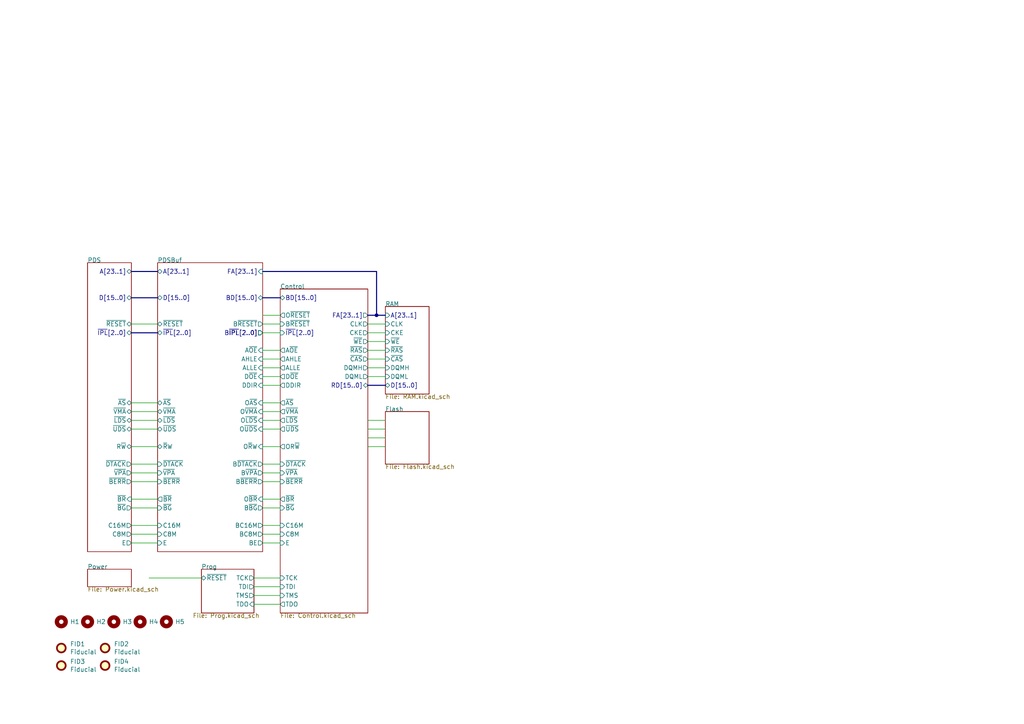
<source format=kicad_sch>
(kicad_sch (version 20211123) (generator eeschema)
  (paper "A4")
  (lib_symbols
    (symbol "Mechanical:Fiducial"
      (property "Reference" "FID" (at 0 5.08 0))
      (property "Value" "Fiducial" (at 0 3.175 0))
      (symbol "Fiducial_0_1"
        (circle (center 0 0) (radius 1.27) (stroke (width 0.508)) (fill (type background)))
      )
    )
    (symbol "Mechanical:MountingHole" (pin_names (offset 1.016))
      (property "Reference" "H" (at 0 5.08 0))
      (property "Value" "MountingHole" (at 0 3.175 0))
      (symbol "MountingHole_0_1"
        (circle (center 0 0) (radius 1.27) (stroke (width 1.27)))
      )
    )
  )
  (junction (at 109.22 91.44))
  (wire (pts (xy 76.2 93.98) (xy 81.28 93.98)))
  (wire (pts (xy 76.2 147.32) (xy 81.28 147.32)))
  (wire (pts (xy 76.2 111.76) (xy 81.28 111.76)))
  (wire (pts (xy 76.2 106.68) (xy 81.28 106.68)))
  (bus (pts (xy 106.68 91.44) (xy 109.22 91.44)))
  (wire (pts (xy 76.2 119.38) (xy 81.28 119.38)))
  (wire (pts (xy 38.1 119.38) (xy 45.72 119.38)))
  (bus (pts (xy 38.1 96.52) (xy 45.72 96.52)))
  (wire (pts (xy 76.2 144.78) (xy 81.28 144.78)))
  (wire (pts (xy 38.1 124.46) (xy 45.72 124.46)))
  (wire (pts (xy 111.76 93.98) (xy 106.68 93.98)))
  (wire (pts (xy 106.68 129.54) (xy 111.76 129.54)))
  (wire (pts (xy 76.2 137.16) (xy 81.28 137.16)))
  (wire (pts (xy 76.2 104.14) (xy 81.28 104.14)))
  (wire (pts (xy 76.2 157.48) (xy 81.28 157.48)))
  (wire (pts (xy 76.2 91.44) (xy 81.28 91.44)))
  (wire (pts (xy 76.2 96.52) (xy 81.28 96.52)))
  (wire (pts (xy 73.66 172.72) (xy 81.28 172.72)))
  (wire (pts (xy 73.66 167.64) (xy 81.28 167.64)))
  (wire (pts (xy 38.1 134.62) (xy 45.72 134.62)))
  (bus (pts (xy 106.68 111.76) (xy 111.76 111.76)))
  (wire (pts (xy 38.1 137.16) (xy 45.72 137.16)))
  (bus (pts (xy 76.2 86.36) (xy 81.28 86.36)))
  (bus (pts (xy 76.2 78.74) (xy 109.22 78.74)))
  (wire (pts (xy 38.1 147.32) (xy 45.72 147.32)))
  (wire (pts (xy 111.76 96.52) (xy 106.68 96.52)))
  (wire (pts (xy 43.2296 167.64) (xy 58.42 167.64)))
  (wire (pts (xy 76.2 109.22) (xy 81.28 109.22)))
  (wire (pts (xy 38.1 121.92) (xy 45.72 121.92)))
  (wire (pts (xy 38.1 116.84) (xy 45.72 116.84)))
  (wire (pts (xy 76.2 134.62) (xy 81.28 134.62)))
  (wire (pts (xy 38.1 144.78) (xy 45.72 144.78)))
  (wire (pts (xy 38.1 157.48) (xy 45.72 157.48)))
  (wire (pts (xy 106.68 101.6) (xy 111.76 101.6)))
  (bus (pts (xy 38.1 86.36) (xy 45.72 86.36)))
  (wire (pts (xy 76.2 124.46) (xy 81.28 124.46)))
  (wire (pts (xy 76.2 129.54) (xy 81.28 129.54)))
  (bus (pts (xy 109.22 78.74) (xy 109.22 91.44)))
  (wire (pts (xy 76.2 154.94) (xy 81.28 154.94)))
  (wire (pts (xy 106.68 121.92) (xy 111.76 121.92)))
  (wire (pts (xy 38.1 152.4) (xy 45.72 152.4)))
  (wire (pts (xy 76.2 139.7) (xy 81.28 139.7)))
  (wire (pts (xy 38.1 154.94) (xy 45.72 154.94)))
  (wire (pts (xy 76.2 152.4) (xy 81.28 152.4)))
  (wire (pts (xy 106.68 127) (xy 111.76 127)))
  (bus (pts (xy 38.1 78.74) (xy 45.72 78.74)))
  (wire (pts (xy 76.2 121.92) (xy 81.28 121.92)))
  (wire (pts (xy 38.1 129.54) (xy 45.72 129.54)))
  (wire (pts (xy 106.68 99.06) (xy 111.76 99.06)))
  (wire (pts (xy 106.68 124.46) (xy 111.76 124.46)))
  (wire (pts (xy 111.76 104.14) (xy 106.68 104.14)))
  (bus (pts (xy 109.22 91.44) (xy 111.76 91.44)))
  (wire (pts (xy 73.66 175.26) (xy 81.28 175.26)))
  (wire (pts (xy 76.2 101.6) (xy 81.28 101.6)))
  (wire (pts (xy 76.2 116.84) (xy 81.28 116.84)))
  (wire (pts (xy 73.66 170.18) (xy 81.28 170.18)))
  (wire (pts (xy 38.1 93.98) (xy 45.72 93.98)))
  (wire (pts (xy 106.68 106.68) (xy 111.76 106.68)))
  (wire (pts (xy 38.1 139.7) (xy 45.72 139.7)))
  (wire (pts (xy 106.68 109.22) (xy 111.76 109.22)))
  (symbol (lib_id "Mechanical:MountingHole") (at 48.26 180.34 0) (unit 1)
    (property "Reference" "H5" (at 50.8 180.34 0) (effects (justify left)))
    (property "Value" " " (at 50.8 181.356 0) (effects (justify left)))
    (property "Footprint" "stdpads:PasteHole_1.152mm_NPTH" (effects hide))
  )
  (symbol (lib_id "Mechanical:Fiducial") (at 17.78 187.96 0) (unit 1)
    (property "Reference" "FID1" (at 20.32 186.7916 0) (effects (justify left)))
    (property "Value" "Fiducial" (at 20.32 189.103 0) (effects (justify left)))
    (property "Footprint" "stdpads:Fiducial" (effects hide))
  )
  (symbol (lib_id "Mechanical:Fiducial") (at 30.48 187.96 0) (unit 1)
    (property "Reference" "FID2" (at 33.02 186.7916 0) (effects (justify left)))
    (property "Value" "Fiducial" (at 33.02 189.103 0) (effects (justify left)))
    (property "Footprint" "stdpads:Fiducial" (effects hide))
  )
  (symbol (lib_id "Mechanical:Fiducial") (at 17.78 193.04 0) (unit 1)
    (property "Reference" "FID3" (at 20.32 191.8716 0) (effects (justify left)))
    (property "Value" "Fiducial" (at 20.32 194.183 0) (effects (justify left)))
    (property "Footprint" "stdpads:Fiducial" (effects hide))
  )
  (symbol (lib_id "Mechanical:Fiducial") (at 30.48 193.04 0) (unit 1)
    (property "Reference" "FID4" (at 33.02 191.8716 0) (effects (justify left)))
    (property "Value" "Fiducial" (at 33.02 194.183 0) (effects (justify left)))
    (property "Footprint" "stdpads:Fiducial" (effects hide))
  )
  (symbol (lib_id "Mechanical:MountingHole") (at 17.78 180.34 0) (unit 1)
    (property "Reference" "H1" (at 20.32 180.34 0) (effects (justify left)))
    (property "Value" " " (at 20.32 181.356 0) (effects (justify left)))
    (property "Footprint" "stdpads:PasteHole_1.152mm_NPTH" (effects hide))
  )
  (symbol (lib_id "Mechanical:MountingHole") (at 25.4 180.34 0) (unit 1)
    (property "Reference" "H2" (at 27.94 180.34 0) (effects (justify left)))
    (property "Value" " " (at 27.94 181.356 0) (effects (justify left)))
    (property "Footprint" "stdpads:PasteHole_1.152mm_NPTH" (effects hide))
  )
  (symbol (lib_id "Mechanical:MountingHole") (at 33.02 180.34 0) (unit 1)
    (property "Reference" "H3" (at 35.56 180.34 0) (effects (justify left)))
    (property "Value" " " (at 35.56 181.356 0) (effects (justify left)))
    (property "Footprint" "stdpads:PasteHole_1.152mm_NPTH" (effects hide))
  )
  (symbol (lib_id "Mechanical:MountingHole") (at 40.64 180.34 0) (unit 1)
    (property "Reference" "H4" (at 43.18 180.34 0) (effects (justify left)))
    (property "Value" " " (at 43.18 181.356 0) (effects (justify left)))
    (property "Footprint" "stdpads:PasteHole_1.152mm_NPTH" (effects hide))
  )
  (sheet (at 25.4 76.2) (size 12.7 83.82)
    (property "Sheet name" "PDS" (at 25.4 76.2 0) (effects (justify left bottom)))
    (property "Sheet file" "PDS.kicad_sch" (at 22.86 220.98 0) (effects (justify left top)))
    (pin "A[23..1]" bidirectional (at 38.1 78.74 0))
    (pin "D[15..0]" bidirectional (at 38.1 86.36 0))
    (pin "~{AS}" bidirectional (at 38.1 116.84 0))
    (pin "~{LDS}" bidirectional (at 38.1 121.92 0))
    (pin "~{UDS}" bidirectional (at 38.1 124.46 0))
    (pin "R~{W}" bidirectional (at 38.1 129.54 0))
    (pin "~{VMA}" bidirectional (at 38.1 119.38 0))
    (pin "~{VPA}" output (at 38.1 137.16 0))
    (pin "~{DTACK}" output (at 38.1 134.62 0))
    (pin "~{RESET}" bidirectional (at 38.1 93.98 0))
    (pin "~{BERR}" output (at 38.1 139.7 0))
    (pin "E" output (at 38.1 157.48 0))
    (pin "C8M" output (at 38.1 154.94 0))
    (pin "C16M" output (at 38.1 152.4 0))
    (pin "~{BR}" input (at 38.1 144.78 0))
    (pin "~{BG}" output (at 38.1 147.32 0))
    (pin "~{IPL}[2..0]" bidirectional (at 38.1 96.52 0))
  )
  (sheet (at 81.28 83.82) (size 25.4 93.98)
    (property "Sheet name" "Control" (at 81.28 83.82 0) (effects (justify left bottom)))
    (property "Sheet file" "Control.kicad_sch" (at 81.28 177.8 0) (effects (justify left top)))
    (pin "FA[23..1]" output (at 106.68 91.44 0))
    (pin "~{IPL}[2..0]" input (at 81.28 96.52 180))
    (pin "A~{OE}" output (at 81.28 101.6 180))
    (pin "ALLE" output (at 81.28 106.68 180))
    (pin "AHLE" output (at 81.28 104.14 180))
    (pin "DDIR" output (at 81.28 111.76 180))
    (pin "D~{OE}" output (at 81.28 109.22 180))
    (pin "TCK" input (at 81.28 167.64 180))
    (pin "TMS" input (at 81.28 172.72 180))
    (pin "TDO" output (at 81.28 175.26 180))
    (pin "TDI" input (at 81.28 170.18 180))
    (pin "~{BG}" input (at 81.28 147.32 180))
    (pin "~{BR}" output (at 81.28 144.78 180))
    (pin "~{BERR}" input (at 81.28 139.7 180))
    (pin "~{DTACK}" input (at 81.28 134.62 180))
    (pin "~{LDS}" output (at 81.28 121.92 180))
    (pin "C8M" input (at 81.28 154.94 180))
    (pin "E" input (at 81.28 157.48 180))
    (pin "~{AS}" output (at 81.28 116.84 180))
    (pin "~{UDS}" output (at 81.28 124.46 180))
    (pin "~{VPA}" input (at 81.28 137.16 180))
    (pin "~{VMA}" output (at 81.28 119.38 180))
    (pin "C16M" input (at 81.28 152.4 180))
    (pin "OR~{W}" output (at 81.28 129.54 180))
    (pin "CKE" output (at 106.68 96.52 0))
    (pin "CLK" output (at 106.68 93.98 0))
    (pin "DQML" output (at 106.68 109.22 0))
    (pin "~{CAS}" output (at 106.68 104.14 0))
    (pin "~{WE}" output (at 106.68 99.06 0))
    (pin "DQMH" output (at 106.68 106.68 0))
    (pin "~{RAS}" output (at 106.68 101.6 0))
    (pin "B~{RESET}" input (at 81.28 93.98 180))
    (pin "O~{RESET}" output (at 81.28 91.44 180))
    (pin "RD[15..0]" bidirectional (at 106.68 111.76 0))
    (pin "BD[15..0]" bidirectional (at 81.28 86.36 180))
  )
  (sheet (at 111.76 88.9) (size 12.7 25.4)
    (property "Sheet name" "RAM" (at 111.76 88.9 0) (effects (justify left bottom)))
    (property "Sheet file" "RAM.kicad_sch" (at 111.76 114.3 0) (effects (justify left top)))
    (pin "~{RAS}" input (at 111.76 101.6 180))
    (pin "D[15..0]" bidirectional (at 111.76 111.76 180))
    (pin "~{CAS}" input (at 111.76 104.14 180))
    (pin "~{WE}" input (at 111.76 99.06 180))
    (pin "CKE" input (at 111.76 96.52 180))
    (pin "CLK" input (at 111.76 93.98 180))
    (pin "A[23..1]" input (at 111.76 91.44 180))
    (pin "DQMH" input (at 111.76 106.68 180))
    (pin "DQML" input (at 111.76 109.22 180))
  )
  (sheet (at 45.72 76.2) (size 30.48 83.82)
    (property "Sheet name" "PDSBuf" (at 45.72 76.2 0) (effects (justify left bottom)))
    (property "Sheet file" "PDSBuf.kicad_sch" (at 48.26 220.98 0) (effects (justify left top)))
    (pin "A[23..1]" bidirectional (at 45.72 78.74 180))
    (pin "D[15..0]" bidirectional (at 45.72 86.36 180))
    (pin "A~{OE}" input (at 76.2 101.6 0))
    (pin "~{R}W" tri_state (at 45.72 129.54 180))
    (pin "~{BR}" output (at 45.72 144.78 180))
    (pin "~{VMA}" tri_state (at 45.72 119.38 180))
    (pin "~{DTACK}" input (at 45.72 134.62 180))
    (pin "~{BERR}" input (at 45.72 139.7 180))
    (pin "~{VPA}" input (at 45.72 137.16 180))
    (pin "~{AS}" tri_state (at 45.72 116.84 180))
    (pin "~{LDS}" tri_state (at 45.72 121.92 180))
    (pin "~{UDS}" tri_state (at 45.72 124.46 180))
    (pin "C8M" input (at 45.72 154.94 180))
    (pin "E" input (at 45.72 157.48 180))
    (pin "C16M" input (at 45.72 152.4 180))
    (pin "~{IPL}[2..0]" bidirectional (at 45.72 96.52 180))
    (pin "DDIR" input (at 76.2 111.76 0))
    (pin "D~{OE}" input (at 76.2 109.22 0))
    (pin "~{BG}" input (at 45.72 147.32 180))
    (pin "~{IPL}[2..0]" output (at 76.2 96.52 0))
    (pin "AHLE" input (at 76.2 104.14 0))
    (pin "FA[23..1]" input (at 76.2 78.74 0))
    (pin "O~{UDS}" input (at 76.2 124.46 0))
    (pin "O~{LDS}" input (at 76.2 121.92 0))
    (pin "O~{AS}" input (at 76.2 116.84 0))
    (pin "O~{VMA}" input (at 76.2 119.38 0))
    (pin "B~{BG}" output (at 76.2 147.32 0))
    (pin "B~{RESET}" output (at 76.2 93.98 0))
    (pin "B~{DTACK}" output (at 76.2 134.62 0))
    (pin "B~{VPA}" output (at 76.2 137.16 0))
    (pin "O~{BR}" input (at 76.2 144.78 0))
    (pin "B~{BERR}" output (at 76.2 139.7 0))
    (pin "ALLE" input (at 76.2 106.68 0))
    (pin "O~{R}W" input (at 76.2 129.54 0))
    (pin "B~{IPL}[2..0]" output (at 76.2 96.52 0))
    (pin "BC8M" output (at 76.2 154.94 0))
    (pin "BC16M" output (at 76.2 152.4 0))
    (pin "BE" output (at 76.2 157.48 0))
    (pin "BD[15..0]" bidirectional (at 76.2 86.36 0))
    (pin "~{RESET}" bidirectional (at 45.72 93.98 180))
  )
  (sheet (at 58.42 165.1) (size 15.24 12.7)
    (property "Sheet name" "Prog" (at 58.42 165.1 0) (effects (justify left bottom)))
    (property "Sheet file" "Prog.kicad_sch" (at 55.88 177.8 0) (effects (justify left top)))
    (pin "TCK" output (at 73.66 167.64 0))
    (pin "TDI" output (at 73.66 170.18 0))
    (pin "TMS" output (at 73.66 172.72 0))
    (pin "TDO" input (at 73.66 175.26 0))
    (pin "~{RESET}" tri_state (at 58.42 167.64 180))
  )
  (sheet (at 25.4 165.1) (size 12.7 5.08)
    (property "Sheet name" "Power" (at 25.4 165.1 0) (effects (justify left bottom)))
    (property "Sheet file" "Power.kicad_sch" (at 25.4 170.18 0) (effects (justify left top)))
  )
  (sheet (at 111.76 119.38) (size 12.7 15.24) (stroke (width 0.1524))
    (property "Sheet name" "Flash" (at 111.76 119.38 0) (effects (justify left bottom)))
    (property "Sheet file" "Flash.kicad_sch" (at 111.76 134.62 0) (effects (justify left top)))
  )
)
</source>
